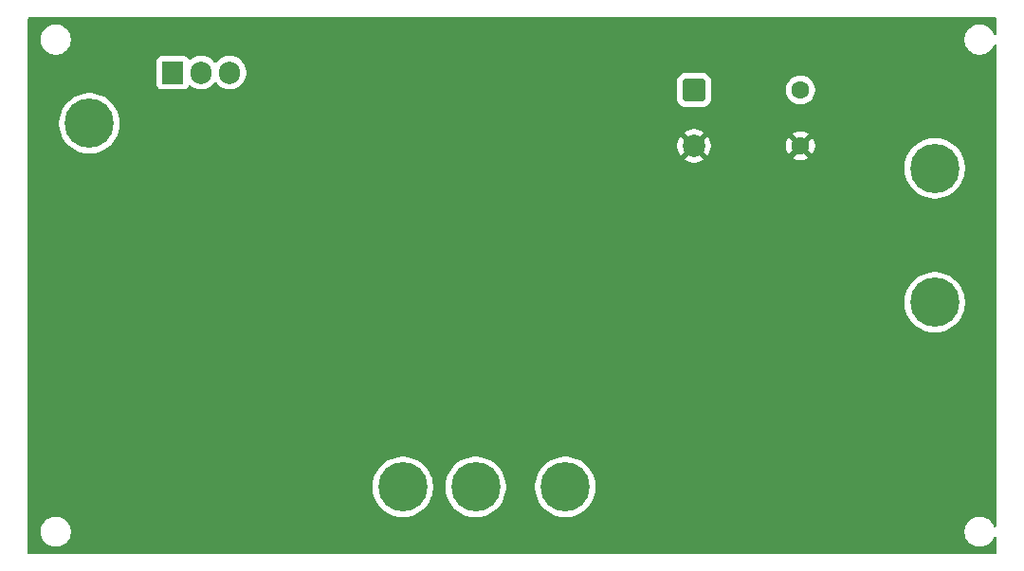
<source format=gbl>
%TF.GenerationSoftware,KiCad,Pcbnew,9.0.2*%
%TF.CreationDate,2025-06-03T22:33:05+02:00*%
%TF.ProjectId,schaltung,73636861-6c74-4756-9e67-2e6b69636164,rev?*%
%TF.SameCoordinates,Original*%
%TF.FileFunction,Copper,L2,Bot*%
%TF.FilePolarity,Positive*%
%FSLAX46Y46*%
G04 Gerber Fmt 4.6, Leading zero omitted, Abs format (unit mm)*
G04 Created by KiCad (PCBNEW 9.0.2) date 2025-06-03 22:33:05*
%MOMM*%
%LPD*%
G01*
G04 APERTURE LIST*
G04 Aperture macros list*
%AMRoundRect*
0 Rectangle with rounded corners*
0 $1 Rounding radius*
0 $2 $3 $4 $5 $6 $7 $8 $9 X,Y pos of 4 corners*
0 Add a 4 corners polygon primitive as box body*
4,1,4,$2,$3,$4,$5,$6,$7,$8,$9,$2,$3,0*
0 Add four circle primitives for the rounded corners*
1,1,$1+$1,$2,$3*
1,1,$1+$1,$4,$5*
1,1,$1+$1,$6,$7*
1,1,$1+$1,$8,$9*
0 Add four rect primitives between the rounded corners*
20,1,$1+$1,$2,$3,$4,$5,0*
20,1,$1+$1,$4,$5,$6,$7,0*
20,1,$1+$1,$6,$7,$8,$9,0*
20,1,$1+$1,$8,$9,$2,$3,0*%
G04 Aperture macros list end*
%TA.AperFunction,ComponentPad*%
%ADD10C,1.600000*%
%TD*%
%TA.AperFunction,ComponentPad*%
%ADD11C,4.400000*%
%TD*%
%TA.AperFunction,ComponentPad*%
%ADD12R,1.905000X2.000000*%
%TD*%
%TA.AperFunction,ComponentPad*%
%ADD13O,1.905000X2.000000*%
%TD*%
%TA.AperFunction,ComponentPad*%
%ADD14RoundRect,0.250000X-0.750000X0.750000X-0.750000X-0.750000X0.750000X-0.750000X0.750000X0.750000X0*%
%TD*%
%TA.AperFunction,ComponentPad*%
%ADD15C,2.000000*%
%TD*%
%TA.AperFunction,ViaPad*%
%ADD16C,1.000000*%
%TD*%
%TA.AperFunction,ViaPad*%
%ADD17C,0.600000*%
%TD*%
G04 APERTURE END LIST*
D10*
%TO.P,C2,2*%
%TO.N,GND*%
X143500000Y-61500000D03*
%TO.P,C2,1*%
%TO.N,Net-(J3-Pin_1)*%
X143500000Y-56500000D03*
%TD*%
D11*
%TO.P,J10,1,Pin_1*%
%TO.N,GND*%
X104500000Y-70000000D03*
%TD*%
%TO.P,J9,1,Pin_1*%
%TO.N,GND*%
X85000000Y-88500000D03*
%TD*%
%TO.P,J8,1,Pin_1*%
%TO.N,GND*%
X130500000Y-92000000D03*
%TD*%
%TO.P,J7,1,Pin_1*%
%TO.N,Net-(J7-Pin_1)*%
X122500000Y-92000000D03*
%TD*%
%TO.P,J6,1,Pin_1*%
%TO.N,Net-(J4-Pin_1)*%
X114500000Y-92000000D03*
%TD*%
%TO.P,J5,1,Pin_1*%
%TO.N,Net-(J5-Pin_1)*%
X108000000Y-92000000D03*
%TD*%
%TO.P,J4,1,Pin_1*%
%TO.N,Net-(J4-Pin_1)*%
X155500000Y-75500000D03*
%TD*%
%TO.P,J3,1,Pin_1*%
%TO.N,Net-(J3-Pin_1)*%
X155500000Y-63500000D03*
%TD*%
%TO.P,J2,1,Pin_1*%
%TO.N,GND*%
X80000000Y-68500000D03*
%TD*%
%TO.P,J1,1,Pin_1*%
%TO.N,Net-(J1-Pin_1)*%
X80000000Y-59500000D03*
%TD*%
D12*
%TO.P,Q1,1,G*%
%TO.N,Net-(Q1-G)*%
X87460000Y-54950000D03*
D13*
%TO.P,Q1,2,D*%
%TO.N,Net-(J1-Pin_1)*%
X90000000Y-54950000D03*
%TO.P,Q1,3,S*%
%TO.N,Net-(D1-K)*%
X92540000Y-54950000D03*
%TD*%
D14*
%TO.P,C1,1*%
%TO.N,Net-(J3-Pin_1)*%
X134000000Y-56500000D03*
D15*
%TO.P,C1,2*%
%TO.N,GND*%
X134000000Y-61500000D03*
%TD*%
D16*
%TO.N,GND*%
X103000000Y-63000000D03*
D17*
X88525000Y-76635000D03*
%TD*%
%TA.AperFunction,Conductor*%
%TO.N,GND*%
G36*
X160943039Y-50019685D02*
G01*
X160988794Y-50072489D01*
X161000000Y-50124000D01*
X161000000Y-51463312D01*
X160980315Y-51530351D01*
X160927511Y-51576106D01*
X160858353Y-51586050D01*
X160794797Y-51557025D01*
X160758069Y-51501631D01*
X160751555Y-51481583D01*
X160655048Y-51292179D01*
X160530109Y-51120213D01*
X160379786Y-50969890D01*
X160207820Y-50844951D01*
X160018414Y-50748444D01*
X160018413Y-50748443D01*
X160018412Y-50748443D01*
X159816243Y-50682754D01*
X159816241Y-50682753D01*
X159816240Y-50682753D01*
X159654957Y-50657208D01*
X159606287Y-50649500D01*
X159393713Y-50649500D01*
X159345042Y-50657208D01*
X159183760Y-50682753D01*
X158981585Y-50748444D01*
X158792179Y-50844951D01*
X158620213Y-50969890D01*
X158469890Y-51120213D01*
X158344951Y-51292179D01*
X158248444Y-51481585D01*
X158182753Y-51683760D01*
X158149500Y-51893713D01*
X158149500Y-52106287D01*
X158182754Y-52316243D01*
X158233575Y-52472654D01*
X158248444Y-52518414D01*
X158344951Y-52707820D01*
X158469890Y-52879786D01*
X158620213Y-53030109D01*
X158792179Y-53155048D01*
X158792181Y-53155049D01*
X158792184Y-53155051D01*
X158981588Y-53251557D01*
X159183757Y-53317246D01*
X159393713Y-53350500D01*
X159393714Y-53350500D01*
X159606286Y-53350500D01*
X159606287Y-53350500D01*
X159816243Y-53317246D01*
X160018412Y-53251557D01*
X160207816Y-53155051D01*
X160229789Y-53139086D01*
X160379786Y-53030109D01*
X160379788Y-53030106D01*
X160379792Y-53030104D01*
X160530104Y-52879792D01*
X160530106Y-52879788D01*
X160530109Y-52879786D01*
X160655048Y-52707820D01*
X160655047Y-52707820D01*
X160655051Y-52707816D01*
X160751557Y-52518412D01*
X160758069Y-52498367D01*
X160797506Y-52440694D01*
X160861865Y-52413495D01*
X160930711Y-52425410D01*
X160982187Y-52472654D01*
X161000000Y-52536687D01*
X161000000Y-95463312D01*
X160980315Y-95530351D01*
X160927511Y-95576106D01*
X160858353Y-95586050D01*
X160794797Y-95557025D01*
X160758069Y-95501631D01*
X160751555Y-95481583D01*
X160655048Y-95292179D01*
X160530109Y-95120213D01*
X160379786Y-94969890D01*
X160207820Y-94844951D01*
X160018414Y-94748444D01*
X160018413Y-94748443D01*
X160018412Y-94748443D01*
X159816243Y-94682754D01*
X159816241Y-94682753D01*
X159816240Y-94682753D01*
X159654957Y-94657208D01*
X159606287Y-94649500D01*
X159393713Y-94649500D01*
X159345042Y-94657208D01*
X159183760Y-94682753D01*
X158981585Y-94748444D01*
X158792179Y-94844951D01*
X158620213Y-94969890D01*
X158469890Y-95120213D01*
X158344951Y-95292179D01*
X158248444Y-95481585D01*
X158182753Y-95683760D01*
X158149500Y-95893713D01*
X158149500Y-96106287D01*
X158182754Y-96316243D01*
X158233575Y-96472654D01*
X158248444Y-96518414D01*
X158344951Y-96707820D01*
X158469890Y-96879786D01*
X158620213Y-97030109D01*
X158792179Y-97155048D01*
X158792181Y-97155049D01*
X158792184Y-97155051D01*
X158981588Y-97251557D01*
X159183757Y-97317246D01*
X159393713Y-97350500D01*
X159393714Y-97350500D01*
X159606286Y-97350500D01*
X159606287Y-97350500D01*
X159816243Y-97317246D01*
X160018412Y-97251557D01*
X160207816Y-97155051D01*
X160229789Y-97139086D01*
X160379786Y-97030109D01*
X160379788Y-97030106D01*
X160379792Y-97030104D01*
X160530104Y-96879792D01*
X160530106Y-96879788D01*
X160530109Y-96879786D01*
X160655048Y-96707820D01*
X160655047Y-96707820D01*
X160655051Y-96707816D01*
X160751557Y-96518412D01*
X160758069Y-96498367D01*
X160797506Y-96440694D01*
X160861865Y-96413495D01*
X160930711Y-96425410D01*
X160982187Y-96472654D01*
X161000000Y-96536687D01*
X161000000Y-97876000D01*
X160980315Y-97943039D01*
X160927511Y-97988794D01*
X160876000Y-98000000D01*
X74624000Y-98000000D01*
X74556961Y-97980315D01*
X74511206Y-97927511D01*
X74500000Y-97876000D01*
X74500000Y-95893713D01*
X75649500Y-95893713D01*
X75649500Y-96106287D01*
X75682754Y-96316243D01*
X75733575Y-96472654D01*
X75748444Y-96518414D01*
X75844951Y-96707820D01*
X75969890Y-96879786D01*
X76120213Y-97030109D01*
X76292179Y-97155048D01*
X76292181Y-97155049D01*
X76292184Y-97155051D01*
X76481588Y-97251557D01*
X76683757Y-97317246D01*
X76893713Y-97350500D01*
X76893714Y-97350500D01*
X77106286Y-97350500D01*
X77106287Y-97350500D01*
X77316243Y-97317246D01*
X77518412Y-97251557D01*
X77707816Y-97155051D01*
X77729789Y-97139086D01*
X77879786Y-97030109D01*
X77879788Y-97030106D01*
X77879792Y-97030104D01*
X78030104Y-96879792D01*
X78030106Y-96879788D01*
X78030109Y-96879786D01*
X78155048Y-96707820D01*
X78155047Y-96707820D01*
X78155051Y-96707816D01*
X78251557Y-96518412D01*
X78317246Y-96316243D01*
X78350500Y-96106287D01*
X78350500Y-95893713D01*
X78317246Y-95683757D01*
X78251557Y-95481588D01*
X78155051Y-95292184D01*
X78155049Y-95292181D01*
X78155048Y-95292179D01*
X78030109Y-95120213D01*
X77879786Y-94969890D01*
X77707820Y-94844951D01*
X77518414Y-94748444D01*
X77518413Y-94748443D01*
X77518412Y-94748443D01*
X77316243Y-94682754D01*
X77316241Y-94682753D01*
X77316240Y-94682753D01*
X77154957Y-94657208D01*
X77106287Y-94649500D01*
X76893713Y-94649500D01*
X76845042Y-94657208D01*
X76683760Y-94682753D01*
X76481585Y-94748444D01*
X76292179Y-94844951D01*
X76120213Y-94969890D01*
X75969890Y-95120213D01*
X75844951Y-95292179D01*
X75748444Y-95481585D01*
X75682753Y-95683760D01*
X75649500Y-95893713D01*
X74500000Y-95893713D01*
X74500000Y-91848336D01*
X105299500Y-91848336D01*
X105299500Y-92151663D01*
X105333457Y-92453048D01*
X105333460Y-92453062D01*
X105400953Y-92748771D01*
X105400957Y-92748783D01*
X105501133Y-93035068D01*
X105632733Y-93308338D01*
X105632735Y-93308341D01*
X105794108Y-93565164D01*
X105983221Y-93802304D01*
X106197696Y-94016779D01*
X106434836Y-94205892D01*
X106691659Y-94367265D01*
X106964935Y-94498868D01*
X107179951Y-94574105D01*
X107251216Y-94599042D01*
X107251228Y-94599046D01*
X107546937Y-94666540D01*
X107546946Y-94666541D01*
X107546951Y-94666542D01*
X107747874Y-94689180D01*
X107848337Y-94700499D01*
X107848340Y-94700500D01*
X107848343Y-94700500D01*
X108151660Y-94700500D01*
X108151661Y-94700499D01*
X108305694Y-94683144D01*
X108453048Y-94666542D01*
X108453051Y-94666541D01*
X108453063Y-94666540D01*
X108748772Y-94599046D01*
X109035065Y-94498868D01*
X109308341Y-94367265D01*
X109565164Y-94205892D01*
X109802304Y-94016779D01*
X110016779Y-93802304D01*
X110205892Y-93565164D01*
X110367265Y-93308341D01*
X110498868Y-93035065D01*
X110599046Y-92748772D01*
X110666540Y-92453063D01*
X110700500Y-92151657D01*
X110700500Y-91848343D01*
X110700499Y-91848336D01*
X111799500Y-91848336D01*
X111799500Y-92151663D01*
X111833457Y-92453048D01*
X111833460Y-92453062D01*
X111900953Y-92748771D01*
X111900957Y-92748783D01*
X112001133Y-93035068D01*
X112132733Y-93308338D01*
X112132735Y-93308341D01*
X112294108Y-93565164D01*
X112483221Y-93802304D01*
X112697696Y-94016779D01*
X112934836Y-94205892D01*
X113191659Y-94367265D01*
X113464935Y-94498868D01*
X113679951Y-94574105D01*
X113751216Y-94599042D01*
X113751228Y-94599046D01*
X114046937Y-94666540D01*
X114046946Y-94666541D01*
X114046951Y-94666542D01*
X114247874Y-94689180D01*
X114348337Y-94700499D01*
X114348340Y-94700500D01*
X114348343Y-94700500D01*
X114651660Y-94700500D01*
X114651661Y-94700499D01*
X114805694Y-94683144D01*
X114953048Y-94666542D01*
X114953051Y-94666541D01*
X114953063Y-94666540D01*
X115248772Y-94599046D01*
X115535065Y-94498868D01*
X115808341Y-94367265D01*
X116065164Y-94205892D01*
X116302304Y-94016779D01*
X116516779Y-93802304D01*
X116705892Y-93565164D01*
X116867265Y-93308341D01*
X116998868Y-93035065D01*
X117099046Y-92748772D01*
X117166540Y-92453063D01*
X117200500Y-92151657D01*
X117200500Y-91848343D01*
X117200499Y-91848336D01*
X119799500Y-91848336D01*
X119799500Y-92151663D01*
X119833457Y-92453048D01*
X119833460Y-92453062D01*
X119900953Y-92748771D01*
X119900957Y-92748783D01*
X120001133Y-93035068D01*
X120132733Y-93308338D01*
X120132735Y-93308341D01*
X120294108Y-93565164D01*
X120483221Y-93802304D01*
X120697696Y-94016779D01*
X120934836Y-94205892D01*
X121191659Y-94367265D01*
X121464935Y-94498868D01*
X121679951Y-94574105D01*
X121751216Y-94599042D01*
X121751228Y-94599046D01*
X122046937Y-94666540D01*
X122046946Y-94666541D01*
X122046951Y-94666542D01*
X122247874Y-94689180D01*
X122348337Y-94700499D01*
X122348340Y-94700500D01*
X122348343Y-94700500D01*
X122651660Y-94700500D01*
X122651661Y-94700499D01*
X122805694Y-94683144D01*
X122953048Y-94666542D01*
X122953051Y-94666541D01*
X122953063Y-94666540D01*
X123248772Y-94599046D01*
X123535065Y-94498868D01*
X123808341Y-94367265D01*
X124065164Y-94205892D01*
X124302304Y-94016779D01*
X124516779Y-93802304D01*
X124705892Y-93565164D01*
X124867265Y-93308341D01*
X124998868Y-93035065D01*
X125099046Y-92748772D01*
X125166540Y-92453063D01*
X125200500Y-92151657D01*
X125200500Y-91848343D01*
X125166540Y-91546937D01*
X125099046Y-91251228D01*
X124998868Y-90964935D01*
X124867265Y-90691659D01*
X124705892Y-90434836D01*
X124516779Y-90197696D01*
X124302304Y-89983221D01*
X124065164Y-89794108D01*
X123808341Y-89632735D01*
X123808338Y-89632733D01*
X123535068Y-89501133D01*
X123248783Y-89400957D01*
X123248771Y-89400953D01*
X123020556Y-89348864D01*
X122953063Y-89333460D01*
X122953060Y-89333459D01*
X122953048Y-89333457D01*
X122651663Y-89299500D01*
X122651657Y-89299500D01*
X122348343Y-89299500D01*
X122348336Y-89299500D01*
X122046951Y-89333457D01*
X122046937Y-89333460D01*
X121751228Y-89400953D01*
X121751216Y-89400957D01*
X121464931Y-89501133D01*
X121191661Y-89632733D01*
X120934837Y-89794107D01*
X120697696Y-89983220D01*
X120483220Y-90197696D01*
X120294107Y-90434837D01*
X120132733Y-90691661D01*
X120001133Y-90964931D01*
X119900957Y-91251216D01*
X119900953Y-91251228D01*
X119833460Y-91546937D01*
X119833457Y-91546951D01*
X119799500Y-91848336D01*
X117200499Y-91848336D01*
X117166540Y-91546937D01*
X117099046Y-91251228D01*
X116998868Y-90964935D01*
X116867265Y-90691659D01*
X116705892Y-90434836D01*
X116516779Y-90197696D01*
X116302304Y-89983221D01*
X116065164Y-89794108D01*
X115808341Y-89632735D01*
X115808338Y-89632733D01*
X115535068Y-89501133D01*
X115248783Y-89400957D01*
X115248771Y-89400953D01*
X115020556Y-89348864D01*
X114953063Y-89333460D01*
X114953060Y-89333459D01*
X114953048Y-89333457D01*
X114651663Y-89299500D01*
X114651657Y-89299500D01*
X114348343Y-89299500D01*
X114348336Y-89299500D01*
X114046951Y-89333457D01*
X114046937Y-89333460D01*
X113751228Y-89400953D01*
X113751216Y-89400957D01*
X113464931Y-89501133D01*
X113191661Y-89632733D01*
X112934837Y-89794107D01*
X112697696Y-89983220D01*
X112483220Y-90197696D01*
X112294107Y-90434837D01*
X112132733Y-90691661D01*
X112001133Y-90964931D01*
X111900957Y-91251216D01*
X111900953Y-91251228D01*
X111833460Y-91546937D01*
X111833457Y-91546951D01*
X111799500Y-91848336D01*
X110700499Y-91848336D01*
X110666540Y-91546937D01*
X110599046Y-91251228D01*
X110498868Y-90964935D01*
X110367265Y-90691659D01*
X110205892Y-90434836D01*
X110016779Y-90197696D01*
X109802304Y-89983221D01*
X109565164Y-89794108D01*
X109308341Y-89632735D01*
X109308338Y-89632733D01*
X109035068Y-89501133D01*
X108748783Y-89400957D01*
X108748771Y-89400953D01*
X108520556Y-89348864D01*
X108453063Y-89333460D01*
X108453060Y-89333459D01*
X108453048Y-89333457D01*
X108151663Y-89299500D01*
X108151657Y-89299500D01*
X107848343Y-89299500D01*
X107848336Y-89299500D01*
X107546951Y-89333457D01*
X107546937Y-89333460D01*
X107251228Y-89400953D01*
X107251216Y-89400957D01*
X106964931Y-89501133D01*
X106691661Y-89632733D01*
X106434837Y-89794107D01*
X106197696Y-89983220D01*
X105983220Y-90197696D01*
X105794107Y-90434837D01*
X105632733Y-90691661D01*
X105501133Y-90964931D01*
X105400957Y-91251216D01*
X105400953Y-91251228D01*
X105333460Y-91546937D01*
X105333457Y-91546951D01*
X105299500Y-91848336D01*
X74500000Y-91848336D01*
X74500000Y-75348336D01*
X152799500Y-75348336D01*
X152799500Y-75651663D01*
X152833457Y-75953048D01*
X152833460Y-75953062D01*
X152900953Y-76248771D01*
X152900957Y-76248783D01*
X153001133Y-76535068D01*
X153132733Y-76808338D01*
X153132735Y-76808341D01*
X153294108Y-77065164D01*
X153483221Y-77302304D01*
X153697696Y-77516779D01*
X153934836Y-77705892D01*
X154191659Y-77867265D01*
X154464935Y-77998868D01*
X154679951Y-78074105D01*
X154751216Y-78099042D01*
X154751228Y-78099046D01*
X155046937Y-78166540D01*
X155046946Y-78166541D01*
X155046951Y-78166542D01*
X155247874Y-78189180D01*
X155348337Y-78200499D01*
X155348340Y-78200500D01*
X155348343Y-78200500D01*
X155651660Y-78200500D01*
X155651661Y-78200499D01*
X155805694Y-78183144D01*
X155953048Y-78166542D01*
X155953051Y-78166541D01*
X155953063Y-78166540D01*
X156248772Y-78099046D01*
X156535065Y-77998868D01*
X156808341Y-77867265D01*
X157065164Y-77705892D01*
X157302304Y-77516779D01*
X157516779Y-77302304D01*
X157705892Y-77065164D01*
X157867265Y-76808341D01*
X157998868Y-76535065D01*
X158099046Y-76248772D01*
X158166540Y-75953063D01*
X158200500Y-75651657D01*
X158200500Y-75348343D01*
X158166540Y-75046937D01*
X158099046Y-74751228D01*
X157998868Y-74464935D01*
X157867265Y-74191659D01*
X157705892Y-73934836D01*
X157516779Y-73697696D01*
X157302304Y-73483221D01*
X157065164Y-73294108D01*
X156808341Y-73132735D01*
X156808338Y-73132733D01*
X156535068Y-73001133D01*
X156248783Y-72900957D01*
X156248771Y-72900953D01*
X156020556Y-72848864D01*
X155953063Y-72833460D01*
X155953060Y-72833459D01*
X155953048Y-72833457D01*
X155651663Y-72799500D01*
X155651657Y-72799500D01*
X155348343Y-72799500D01*
X155348336Y-72799500D01*
X155046951Y-72833457D01*
X155046937Y-72833460D01*
X154751228Y-72900953D01*
X154751216Y-72900957D01*
X154464931Y-73001133D01*
X154191661Y-73132733D01*
X153934837Y-73294107D01*
X153697696Y-73483220D01*
X153483220Y-73697696D01*
X153294107Y-73934837D01*
X153132733Y-74191661D01*
X153001133Y-74464931D01*
X152900957Y-74751216D01*
X152900953Y-74751228D01*
X152833460Y-75046937D01*
X152833457Y-75046951D01*
X152799500Y-75348336D01*
X74500000Y-75348336D01*
X74500000Y-63348336D01*
X152799500Y-63348336D01*
X152799500Y-63651663D01*
X152833457Y-63953048D01*
X152833460Y-63953062D01*
X152900953Y-64248771D01*
X152900957Y-64248783D01*
X153001133Y-64535068D01*
X153132733Y-64808338D01*
X153132735Y-64808341D01*
X153294108Y-65065164D01*
X153483221Y-65302304D01*
X153697696Y-65516779D01*
X153934836Y-65705892D01*
X154191659Y-65867265D01*
X154464935Y-65998868D01*
X154679951Y-66074105D01*
X154751216Y-66099042D01*
X154751228Y-66099046D01*
X155046937Y-66166540D01*
X155046946Y-66166541D01*
X155046951Y-66166542D01*
X155247874Y-66189180D01*
X155348337Y-66200499D01*
X155348340Y-66200500D01*
X155348343Y-66200500D01*
X155651660Y-66200500D01*
X155651661Y-66200499D01*
X155805694Y-66183144D01*
X155953048Y-66166542D01*
X155953051Y-66166541D01*
X155953063Y-66166540D01*
X156248772Y-66099046D01*
X156535065Y-65998868D01*
X156808341Y-65867265D01*
X157065164Y-65705892D01*
X157302304Y-65516779D01*
X157516779Y-65302304D01*
X157705892Y-65065164D01*
X157867265Y-64808341D01*
X157998868Y-64535065D01*
X158099046Y-64248772D01*
X158166540Y-63953063D01*
X158200500Y-63651657D01*
X158200500Y-63348343D01*
X158166540Y-63046937D01*
X158099046Y-62751228D01*
X158082784Y-62704755D01*
X158038947Y-62579474D01*
X157998868Y-62464935D01*
X157867265Y-62191659D01*
X157705892Y-61934836D01*
X157516779Y-61697696D01*
X157302304Y-61483221D01*
X157065164Y-61294108D01*
X156808341Y-61132735D01*
X156808338Y-61132733D01*
X156535068Y-61001133D01*
X156248783Y-60900957D01*
X156248771Y-60900953D01*
X156020556Y-60848864D01*
X155953063Y-60833460D01*
X155953060Y-60833459D01*
X155953048Y-60833457D01*
X155651663Y-60799500D01*
X155651657Y-60799500D01*
X155348343Y-60799500D01*
X155348336Y-60799500D01*
X155046951Y-60833457D01*
X155046937Y-60833460D01*
X154751228Y-60900953D01*
X154751216Y-60900957D01*
X154464931Y-61001133D01*
X154191661Y-61132733D01*
X153934837Y-61294107D01*
X153697696Y-61483220D01*
X153483220Y-61697696D01*
X153294107Y-61934837D01*
X153132733Y-62191661D01*
X153001133Y-62464931D01*
X152900957Y-62751216D01*
X152900953Y-62751228D01*
X152833460Y-63046937D01*
X152833457Y-63046951D01*
X152799500Y-63348336D01*
X74500000Y-63348336D01*
X74500000Y-59348336D01*
X77299500Y-59348336D01*
X77299500Y-59651663D01*
X77333457Y-59953048D01*
X77333460Y-59953062D01*
X77400953Y-60248771D01*
X77400957Y-60248783D01*
X77501133Y-60535068D01*
X77632733Y-60808338D01*
X77648516Y-60833457D01*
X77794108Y-61065164D01*
X77983221Y-61302304D01*
X78197696Y-61516779D01*
X78434836Y-61705892D01*
X78691659Y-61867265D01*
X78964935Y-61998868D01*
X79179951Y-62074105D01*
X79251216Y-62099042D01*
X79251228Y-62099046D01*
X79546937Y-62166540D01*
X79546946Y-62166541D01*
X79546951Y-62166542D01*
X79747874Y-62189180D01*
X79848337Y-62200499D01*
X79848340Y-62200500D01*
X79848343Y-62200500D01*
X80151660Y-62200500D01*
X80151661Y-62200499D01*
X80321540Y-62181359D01*
X80453048Y-62166542D01*
X80453051Y-62166541D01*
X80453063Y-62166540D01*
X80748772Y-62099046D01*
X81035065Y-61998868D01*
X81308341Y-61867265D01*
X81565164Y-61705892D01*
X81802304Y-61516779D01*
X81937136Y-61381947D01*
X132500000Y-61381947D01*
X132500000Y-61618052D01*
X132536934Y-61851247D01*
X132609897Y-62075802D01*
X132717087Y-62286174D01*
X132777338Y-62369104D01*
X132777340Y-62369105D01*
X133517037Y-61629408D01*
X133534075Y-61692993D01*
X133599901Y-61807007D01*
X133692993Y-61900099D01*
X133807007Y-61965925D01*
X133870590Y-61982962D01*
X133130893Y-62722658D01*
X133213828Y-62782914D01*
X133424197Y-62890102D01*
X133648752Y-62963065D01*
X133648751Y-62963065D01*
X133881948Y-63000000D01*
X134118052Y-63000000D01*
X134351247Y-62963065D01*
X134575802Y-62890102D01*
X134786163Y-62782918D01*
X134786169Y-62782914D01*
X134869104Y-62722658D01*
X134869105Y-62722658D01*
X134766343Y-62619896D01*
X134129408Y-61982962D01*
X134192993Y-61965925D01*
X134307007Y-61900099D01*
X134400099Y-61807007D01*
X134465925Y-61692993D01*
X134482962Y-61629409D01*
X135222658Y-62369105D01*
X135222658Y-62369104D01*
X135282914Y-62286169D01*
X135282918Y-62286163D01*
X135390102Y-62075802D01*
X135463065Y-61851247D01*
X135500000Y-61618052D01*
X135500000Y-61397682D01*
X142200000Y-61397682D01*
X142200000Y-61602317D01*
X142232009Y-61804417D01*
X142295244Y-61999031D01*
X142388141Y-62181350D01*
X142388147Y-62181359D01*
X142420523Y-62225921D01*
X142420524Y-62225922D01*
X143100000Y-61546446D01*
X143100000Y-61552661D01*
X143127259Y-61654394D01*
X143179920Y-61745606D01*
X143254394Y-61820080D01*
X143345606Y-61872741D01*
X143447339Y-61900000D01*
X143453553Y-61900000D01*
X142774076Y-62579474D01*
X142818650Y-62611859D01*
X143000968Y-62704755D01*
X143195582Y-62767990D01*
X143397683Y-62800000D01*
X143602317Y-62800000D01*
X143804417Y-62767990D01*
X143999031Y-62704755D01*
X144181349Y-62611859D01*
X144225921Y-62579474D01*
X143546447Y-61900000D01*
X143552661Y-61900000D01*
X143654394Y-61872741D01*
X143745606Y-61820080D01*
X143820080Y-61745606D01*
X143872741Y-61654394D01*
X143900000Y-61552661D01*
X143900000Y-61546448D01*
X144579474Y-62225922D01*
X144579474Y-62225921D01*
X144611859Y-62181349D01*
X144704755Y-61999031D01*
X144767990Y-61804417D01*
X144800000Y-61602317D01*
X144800000Y-61397682D01*
X144767990Y-61195582D01*
X144704755Y-61000968D01*
X144611859Y-60818650D01*
X144579474Y-60774077D01*
X144579474Y-60774076D01*
X143900000Y-61453551D01*
X143900000Y-61447339D01*
X143872741Y-61345606D01*
X143820080Y-61254394D01*
X143745606Y-61179920D01*
X143654394Y-61127259D01*
X143552661Y-61100000D01*
X143546446Y-61100000D01*
X144225922Y-60420524D01*
X144225921Y-60420523D01*
X144181359Y-60388147D01*
X144181350Y-60388141D01*
X143999031Y-60295244D01*
X143804417Y-60232009D01*
X143602317Y-60200000D01*
X143397683Y-60200000D01*
X143195582Y-60232009D01*
X143000968Y-60295244D01*
X142818644Y-60388143D01*
X142774077Y-60420523D01*
X142774077Y-60420524D01*
X143453554Y-61100000D01*
X143447339Y-61100000D01*
X143345606Y-61127259D01*
X143254394Y-61179920D01*
X143179920Y-61254394D01*
X143127259Y-61345606D01*
X143100000Y-61447339D01*
X143100000Y-61453553D01*
X142420524Y-60774077D01*
X142420523Y-60774077D01*
X142388143Y-60818644D01*
X142295244Y-61000968D01*
X142232009Y-61195582D01*
X142200000Y-61397682D01*
X135500000Y-61397682D01*
X135500000Y-61381947D01*
X135463065Y-61148752D01*
X135390102Y-60924197D01*
X135282914Y-60713828D01*
X135222658Y-60630894D01*
X135222658Y-60630893D01*
X134482962Y-61370590D01*
X134465925Y-61307007D01*
X134400099Y-61192993D01*
X134307007Y-61099901D01*
X134192993Y-61034075D01*
X134129409Y-61017037D01*
X134766344Y-60380102D01*
X134869105Y-60277340D01*
X134869104Y-60277338D01*
X134786174Y-60217087D01*
X134575802Y-60109897D01*
X134351247Y-60036934D01*
X134351248Y-60036934D01*
X134118052Y-60000000D01*
X133881948Y-60000000D01*
X133648752Y-60036934D01*
X133424197Y-60109897D01*
X133213830Y-60217084D01*
X133130894Y-60277340D01*
X133870591Y-61017037D01*
X133807007Y-61034075D01*
X133692993Y-61099901D01*
X133599901Y-61192993D01*
X133534075Y-61307007D01*
X133517037Y-61370591D01*
X132777340Y-60630894D01*
X132717084Y-60713830D01*
X132609897Y-60924197D01*
X132536934Y-61148752D01*
X132500000Y-61381947D01*
X81937136Y-61381947D01*
X82016779Y-61302304D01*
X82205892Y-61065164D01*
X82367265Y-60808341D01*
X82498868Y-60535065D01*
X82582785Y-60295244D01*
X82586842Y-60283651D01*
X82586844Y-60283645D01*
X82599042Y-60248783D01*
X82599046Y-60248772D01*
X82666540Y-59953063D01*
X82700500Y-59651657D01*
X82700500Y-59348343D01*
X82666540Y-59046937D01*
X82599046Y-58751228D01*
X82498868Y-58464935D01*
X82367265Y-58191659D01*
X82205892Y-57934836D01*
X82016779Y-57697696D01*
X81802304Y-57483221D01*
X81565164Y-57294108D01*
X81308341Y-57132735D01*
X81308338Y-57132733D01*
X81035068Y-57001133D01*
X80748783Y-56900957D01*
X80748771Y-56900953D01*
X80520556Y-56848864D01*
X80453063Y-56833460D01*
X80453060Y-56833459D01*
X80453048Y-56833457D01*
X80151663Y-56799500D01*
X80151657Y-56799500D01*
X79848343Y-56799500D01*
X79848336Y-56799500D01*
X79546951Y-56833457D01*
X79546937Y-56833460D01*
X79251228Y-56900953D01*
X79251216Y-56900957D01*
X78964931Y-57001133D01*
X78691661Y-57132733D01*
X78434837Y-57294107D01*
X78197696Y-57483220D01*
X77983220Y-57697696D01*
X77794107Y-57934837D01*
X77632733Y-58191661D01*
X77501133Y-58464931D01*
X77400957Y-58751216D01*
X77400953Y-58751228D01*
X77333460Y-59046937D01*
X77333457Y-59046951D01*
X77299500Y-59348336D01*
X74500000Y-59348336D01*
X74500000Y-53902135D01*
X86007000Y-53902135D01*
X86007000Y-55997870D01*
X86007001Y-55997876D01*
X86013408Y-56057483D01*
X86063702Y-56192328D01*
X86063706Y-56192335D01*
X86149952Y-56307544D01*
X86149955Y-56307547D01*
X86265164Y-56393793D01*
X86265171Y-56393797D01*
X86400017Y-56444091D01*
X86400016Y-56444091D01*
X86406944Y-56444835D01*
X86459627Y-56450500D01*
X88460372Y-56450499D01*
X88519983Y-56444091D01*
X88654831Y-56393796D01*
X88770046Y-56307546D01*
X88856296Y-56192331D01*
X88866690Y-56164460D01*
X88908560Y-56108527D01*
X88974023Y-56084108D01*
X89042297Y-56098958D01*
X89055746Y-56107465D01*
X89238462Y-56240217D01*
X89370599Y-56307544D01*
X89442244Y-56344049D01*
X89659751Y-56414721D01*
X89659752Y-56414721D01*
X89659755Y-56414722D01*
X89885646Y-56450500D01*
X89885647Y-56450500D01*
X90114353Y-56450500D01*
X90114354Y-56450500D01*
X90340245Y-56414722D01*
X90340248Y-56414721D01*
X90340249Y-56414721D01*
X90557755Y-56344049D01*
X90557755Y-56344048D01*
X90557758Y-56344048D01*
X90761538Y-56240217D01*
X90946566Y-56105786D01*
X91108286Y-55944066D01*
X91169683Y-55859559D01*
X91225012Y-55816896D01*
X91294625Y-55810917D01*
X91356420Y-55843523D01*
X91370314Y-55859556D01*
X91431714Y-55944066D01*
X91593434Y-56105786D01*
X91778462Y-56240217D01*
X91910599Y-56307544D01*
X91982244Y-56344049D01*
X92199751Y-56414721D01*
X92199752Y-56414721D01*
X92199755Y-56414722D01*
X92425646Y-56450500D01*
X92425647Y-56450500D01*
X92654353Y-56450500D01*
X92654354Y-56450500D01*
X92880245Y-56414722D01*
X92880248Y-56414721D01*
X92880249Y-56414721D01*
X93097755Y-56344049D01*
X93097755Y-56344048D01*
X93097758Y-56344048D01*
X93301538Y-56240217D01*
X93486566Y-56105786D01*
X93648286Y-55944066D01*
X93782717Y-55759038D01*
X93812807Y-55699983D01*
X132499500Y-55699983D01*
X132499500Y-57300001D01*
X132499501Y-57300018D01*
X132510000Y-57402796D01*
X132510001Y-57402799D01*
X132539550Y-57491971D01*
X132565186Y-57569334D01*
X132657288Y-57718656D01*
X132781344Y-57842712D01*
X132930666Y-57934814D01*
X133097203Y-57989999D01*
X133199991Y-58000500D01*
X134800008Y-58000499D01*
X134902797Y-57989999D01*
X135069334Y-57934814D01*
X135218656Y-57842712D01*
X135342712Y-57718656D01*
X135434814Y-57569334D01*
X135489999Y-57402797D01*
X135500500Y-57300009D01*
X135500499Y-56397648D01*
X142199500Y-56397648D01*
X142199500Y-56602351D01*
X142231522Y-56804534D01*
X142294781Y-56999223D01*
X142387715Y-57181613D01*
X142508028Y-57347213D01*
X142652786Y-57491971D01*
X142807749Y-57604556D01*
X142818390Y-57612287D01*
X142934607Y-57671503D01*
X143000776Y-57705218D01*
X143000778Y-57705218D01*
X143000781Y-57705220D01*
X143105137Y-57739127D01*
X143195465Y-57768477D01*
X143296557Y-57784488D01*
X143397648Y-57800500D01*
X143397649Y-57800500D01*
X143602351Y-57800500D01*
X143602352Y-57800500D01*
X143804534Y-57768477D01*
X143999219Y-57705220D01*
X144181610Y-57612287D01*
X144274590Y-57544732D01*
X144347213Y-57491971D01*
X144347215Y-57491968D01*
X144347219Y-57491966D01*
X144491966Y-57347219D01*
X144491968Y-57347215D01*
X144491971Y-57347213D01*
X144544732Y-57274590D01*
X144612287Y-57181610D01*
X144705220Y-56999219D01*
X144768477Y-56804534D01*
X144800500Y-56602352D01*
X144800500Y-56397648D01*
X144768477Y-56195466D01*
X144767458Y-56192331D01*
X144732295Y-56084108D01*
X144705220Y-56000781D01*
X144705218Y-56000778D01*
X144705218Y-56000776D01*
X144671503Y-55934607D01*
X144612287Y-55818390D01*
X144569166Y-55759038D01*
X144491971Y-55652786D01*
X144347213Y-55508028D01*
X144181613Y-55387715D01*
X144181612Y-55387714D01*
X144181610Y-55387713D01*
X144124653Y-55358691D01*
X143999223Y-55294781D01*
X143804534Y-55231522D01*
X143629995Y-55203878D01*
X143602352Y-55199500D01*
X143397648Y-55199500D01*
X143373329Y-55203351D01*
X143195465Y-55231522D01*
X143000776Y-55294781D01*
X142818386Y-55387715D01*
X142652786Y-55508028D01*
X142508028Y-55652786D01*
X142387715Y-55818386D01*
X142294781Y-56000776D01*
X142231522Y-56195465D01*
X142199500Y-56397648D01*
X135500499Y-56397648D01*
X135500499Y-55699992D01*
X135489999Y-55597203D01*
X135434814Y-55430666D01*
X135342712Y-55281344D01*
X135218656Y-55157288D01*
X135069334Y-55065186D01*
X134902797Y-55010001D01*
X134902795Y-55010000D01*
X134800010Y-54999500D01*
X133199998Y-54999500D01*
X133199981Y-54999501D01*
X133097203Y-55010000D01*
X133097200Y-55010001D01*
X132930668Y-55065185D01*
X132930663Y-55065187D01*
X132781342Y-55157289D01*
X132657289Y-55281342D01*
X132565187Y-55430663D01*
X132565186Y-55430666D01*
X132510001Y-55597203D01*
X132510001Y-55597204D01*
X132510000Y-55597204D01*
X132499500Y-55699983D01*
X93812807Y-55699983D01*
X93886548Y-55555258D01*
X93940986Y-55387715D01*
X93957221Y-55337749D01*
X93957221Y-55337748D01*
X93957222Y-55337745D01*
X93993000Y-55111854D01*
X93993000Y-54788146D01*
X93957222Y-54562255D01*
X93957221Y-54562251D01*
X93957221Y-54562250D01*
X93886549Y-54344744D01*
X93886548Y-54344742D01*
X93782717Y-54140962D01*
X93648286Y-53955934D01*
X93486566Y-53794214D01*
X93301538Y-53659783D01*
X93097755Y-53555950D01*
X92880248Y-53485278D01*
X92694812Y-53455908D01*
X92654354Y-53449500D01*
X92425646Y-53449500D01*
X92385188Y-53455908D01*
X92199753Y-53485278D01*
X92199750Y-53485278D01*
X91982244Y-53555950D01*
X91778461Y-53659783D01*
X91712550Y-53707671D01*
X91593434Y-53794214D01*
X91593432Y-53794216D01*
X91593431Y-53794216D01*
X91431715Y-53955932D01*
X91370318Y-54040438D01*
X91314987Y-54083103D01*
X91245374Y-54089082D01*
X91183579Y-54056476D01*
X91169682Y-54040438D01*
X91158773Y-54025423D01*
X91108286Y-53955934D01*
X90946566Y-53794214D01*
X90761538Y-53659783D01*
X90557755Y-53555950D01*
X90340248Y-53485278D01*
X90154812Y-53455908D01*
X90114354Y-53449500D01*
X89885646Y-53449500D01*
X89845188Y-53455908D01*
X89659753Y-53485278D01*
X89659750Y-53485278D01*
X89442244Y-53555950D01*
X89238461Y-53659783D01*
X89055759Y-53792525D01*
X88989952Y-53816005D01*
X88921898Y-53800180D01*
X88873203Y-53750074D01*
X88866690Y-53735538D01*
X88856296Y-53707669D01*
X88856293Y-53707664D01*
X88770047Y-53592455D01*
X88770044Y-53592452D01*
X88654835Y-53506206D01*
X88654828Y-53506202D01*
X88519982Y-53455908D01*
X88519983Y-53455908D01*
X88460383Y-53449501D01*
X88460381Y-53449500D01*
X88460373Y-53449500D01*
X88460364Y-53449500D01*
X86459629Y-53449500D01*
X86459623Y-53449501D01*
X86400016Y-53455908D01*
X86265171Y-53506202D01*
X86265164Y-53506206D01*
X86149955Y-53592452D01*
X86149952Y-53592455D01*
X86063706Y-53707664D01*
X86063702Y-53707671D01*
X86013408Y-53842517D01*
X86007001Y-53902116D01*
X86007000Y-53902135D01*
X74500000Y-53902135D01*
X74500000Y-51893713D01*
X75649500Y-51893713D01*
X75649500Y-52106287D01*
X75682754Y-52316243D01*
X75733575Y-52472654D01*
X75748444Y-52518414D01*
X75844951Y-52707820D01*
X75969890Y-52879786D01*
X76120213Y-53030109D01*
X76292179Y-53155048D01*
X76292181Y-53155049D01*
X76292184Y-53155051D01*
X76481588Y-53251557D01*
X76683757Y-53317246D01*
X76893713Y-53350500D01*
X76893714Y-53350500D01*
X77106286Y-53350500D01*
X77106287Y-53350500D01*
X77316243Y-53317246D01*
X77518412Y-53251557D01*
X77707816Y-53155051D01*
X77729789Y-53139086D01*
X77879786Y-53030109D01*
X77879788Y-53030106D01*
X77879792Y-53030104D01*
X78030104Y-52879792D01*
X78030106Y-52879788D01*
X78030109Y-52879786D01*
X78155048Y-52707820D01*
X78155047Y-52707820D01*
X78155051Y-52707816D01*
X78251557Y-52518412D01*
X78317246Y-52316243D01*
X78350500Y-52106287D01*
X78350500Y-51893713D01*
X78317246Y-51683757D01*
X78251557Y-51481588D01*
X78155051Y-51292184D01*
X78155049Y-51292181D01*
X78155048Y-51292179D01*
X78030109Y-51120213D01*
X77879786Y-50969890D01*
X77707820Y-50844951D01*
X77518414Y-50748444D01*
X77518413Y-50748443D01*
X77518412Y-50748443D01*
X77316243Y-50682754D01*
X77316241Y-50682753D01*
X77316240Y-50682753D01*
X77154957Y-50657208D01*
X77106287Y-50649500D01*
X76893713Y-50649500D01*
X76845042Y-50657208D01*
X76683760Y-50682753D01*
X76481585Y-50748444D01*
X76292179Y-50844951D01*
X76120213Y-50969890D01*
X75969890Y-51120213D01*
X75844951Y-51292179D01*
X75748444Y-51481585D01*
X75682753Y-51683760D01*
X75649500Y-51893713D01*
X74500000Y-51893713D01*
X74500000Y-50124000D01*
X74519685Y-50056961D01*
X74572489Y-50011206D01*
X74624000Y-50000000D01*
X160876000Y-50000000D01*
X160943039Y-50019685D01*
G37*
%TD.AperFunction*%
%TD*%
M02*

</source>
